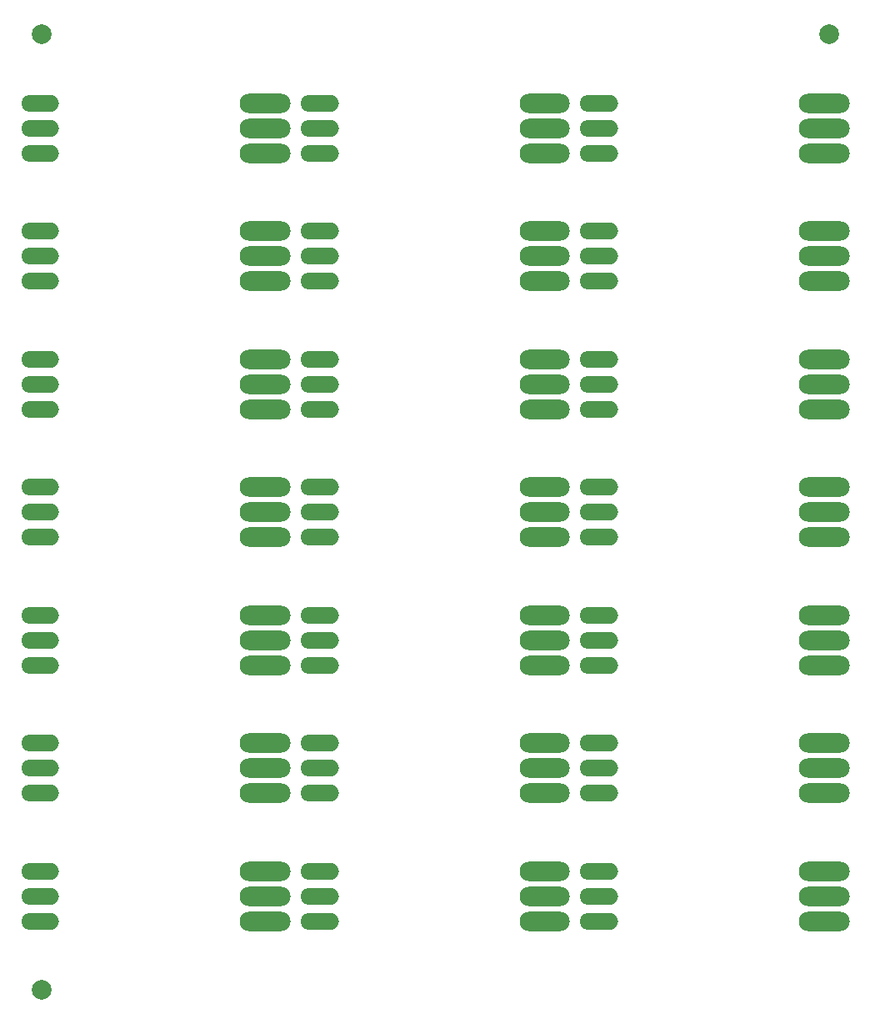
<source format=gbr>
%TF.GenerationSoftware,KiCad,Pcbnew,5.1.9-1.fc32*%
%TF.CreationDate,2021-03-16T17:09:34+05:30*%
%TF.ProjectId,BioAmp-EXG-Panel,42696f41-6d70-42d4-9558-472d50616e65,rev?*%
%TF.SameCoordinates,Original*%
%TF.FileFunction,Soldermask,Bot*%
%TF.FilePolarity,Negative*%
%FSLAX46Y46*%
G04 Gerber Fmt 4.6, Leading zero omitted, Abs format (unit mm)*
G04 Created by KiCad (PCBNEW 5.1.9-1.fc32) date 2021-03-16 17:09:34*
%MOMM*%
%LPD*%
G01*
G04 APERTURE LIST*
%ADD10C,2.000000*%
%ADD11O,2.000000X1.700000*%
%ADD12O,4.500000X2.000000*%
%ADD13O,3.500000X2.000000*%
%ADD14O,3.500000X1.700000*%
G04 APERTURE END LIST*
D10*
%TO.C,REF\u002A\u002A*%
X51100011Y-142500031D03*
%TD*%
%TO.C,REF\u002A\u002A*%
X131100010Y-45500032D03*
%TD*%
%TO.C,REF\u002A\u002A*%
X51100011Y-45500032D03*
%TD*%
D11*
%TO.C,J2*%
X108700015Y-130480055D03*
X108700015Y-133020055D03*
X108700015Y-135560055D03*
%TD*%
D12*
%TO.C,J1*%
X130310015Y-130470055D03*
X130310015Y-133010055D03*
X130310015Y-135550055D03*
%TD*%
D13*
%TO.C,J1*%
X131460015Y-135550055D03*
X131460015Y-133010055D03*
X131460015Y-130470055D03*
%TD*%
D14*
%TO.C,J2*%
X107550015Y-135560055D03*
X107550015Y-133020055D03*
X107550015Y-130480055D03*
%TD*%
D11*
%TO.C,J2*%
X80300008Y-130480055D03*
X80300008Y-133020055D03*
X80300008Y-135560055D03*
%TD*%
D12*
%TO.C,J1*%
X101910008Y-130470055D03*
X101910008Y-133010055D03*
X101910008Y-135550055D03*
%TD*%
D13*
%TO.C,J1*%
X103060008Y-135550055D03*
X103060008Y-133010055D03*
X103060008Y-130470055D03*
%TD*%
D14*
%TO.C,J2*%
X79150008Y-135560055D03*
X79150008Y-133020055D03*
X79150008Y-130480055D03*
%TD*%
D11*
%TO.C,J2*%
X51900001Y-130480055D03*
X51900001Y-133020055D03*
X51900001Y-135560055D03*
%TD*%
D12*
%TO.C,J1*%
X73510001Y-130470055D03*
X73510001Y-133010055D03*
X73510001Y-135550055D03*
%TD*%
D13*
%TO.C,J1*%
X74660001Y-135550055D03*
X74660001Y-133010055D03*
X74660001Y-130470055D03*
%TD*%
D14*
%TO.C,J2*%
X50750001Y-135560055D03*
X50750001Y-133020055D03*
X50750001Y-130480055D03*
%TD*%
D11*
%TO.C,J2*%
X108700015Y-117480046D03*
X108700015Y-120020046D03*
X108700015Y-122560046D03*
%TD*%
D12*
%TO.C,J1*%
X130310015Y-117470046D03*
X130310015Y-120010046D03*
X130310015Y-122550046D03*
%TD*%
D13*
%TO.C,J1*%
X131460015Y-122550046D03*
X131460015Y-120010046D03*
X131460015Y-117470046D03*
%TD*%
D14*
%TO.C,J2*%
X107550015Y-122560046D03*
X107550015Y-120020046D03*
X107550015Y-117480046D03*
%TD*%
D11*
%TO.C,J2*%
X80300008Y-117480046D03*
X80300008Y-120020046D03*
X80300008Y-122560046D03*
%TD*%
D12*
%TO.C,J1*%
X101910008Y-117470046D03*
X101910008Y-120010046D03*
X101910008Y-122550046D03*
%TD*%
D13*
%TO.C,J1*%
X103060008Y-122550046D03*
X103060008Y-120010046D03*
X103060008Y-117470046D03*
%TD*%
D14*
%TO.C,J2*%
X79150008Y-122560046D03*
X79150008Y-120020046D03*
X79150008Y-117480046D03*
%TD*%
D11*
%TO.C,J2*%
X51900001Y-117480046D03*
X51900001Y-120020046D03*
X51900001Y-122560046D03*
%TD*%
D12*
%TO.C,J1*%
X73510001Y-117470046D03*
X73510001Y-120010046D03*
X73510001Y-122550046D03*
%TD*%
D13*
%TO.C,J1*%
X74660001Y-122550046D03*
X74660001Y-120010046D03*
X74660001Y-117470046D03*
%TD*%
D14*
%TO.C,J2*%
X50750001Y-122560046D03*
X50750001Y-120020046D03*
X50750001Y-117480046D03*
%TD*%
D11*
%TO.C,J2*%
X108700015Y-104480037D03*
X108700015Y-107020037D03*
X108700015Y-109560037D03*
%TD*%
D12*
%TO.C,J1*%
X130310015Y-104470037D03*
X130310015Y-107010037D03*
X130310015Y-109550037D03*
%TD*%
D13*
%TO.C,J1*%
X131460015Y-109550037D03*
X131460015Y-107010037D03*
X131460015Y-104470037D03*
%TD*%
D14*
%TO.C,J2*%
X107550015Y-109560037D03*
X107550015Y-107020037D03*
X107550015Y-104480037D03*
%TD*%
D11*
%TO.C,J2*%
X80300008Y-104480037D03*
X80300008Y-107020037D03*
X80300008Y-109560037D03*
%TD*%
D12*
%TO.C,J1*%
X101910008Y-104470037D03*
X101910008Y-107010037D03*
X101910008Y-109550037D03*
%TD*%
D13*
%TO.C,J1*%
X103060008Y-109550037D03*
X103060008Y-107010037D03*
X103060008Y-104470037D03*
%TD*%
D14*
%TO.C,J2*%
X79150008Y-109560037D03*
X79150008Y-107020037D03*
X79150008Y-104480037D03*
%TD*%
D11*
%TO.C,J2*%
X51900001Y-104480037D03*
X51900001Y-107020037D03*
X51900001Y-109560037D03*
%TD*%
D12*
%TO.C,J1*%
X73510001Y-104470037D03*
X73510001Y-107010037D03*
X73510001Y-109550037D03*
%TD*%
D13*
%TO.C,J1*%
X74660001Y-109550037D03*
X74660001Y-107010037D03*
X74660001Y-104470037D03*
%TD*%
D14*
%TO.C,J2*%
X50750001Y-109560037D03*
X50750001Y-107020037D03*
X50750001Y-104480037D03*
%TD*%
D11*
%TO.C,J2*%
X108700015Y-91480028D03*
X108700015Y-94020028D03*
X108700015Y-96560028D03*
%TD*%
D12*
%TO.C,J1*%
X130310015Y-91470028D03*
X130310015Y-94010028D03*
X130310015Y-96550028D03*
%TD*%
D13*
%TO.C,J1*%
X131460015Y-96550028D03*
X131460015Y-94010028D03*
X131460015Y-91470028D03*
%TD*%
D14*
%TO.C,J2*%
X107550015Y-96560028D03*
X107550015Y-94020028D03*
X107550015Y-91480028D03*
%TD*%
D11*
%TO.C,J2*%
X80300008Y-91480028D03*
X80300008Y-94020028D03*
X80300008Y-96560028D03*
%TD*%
D12*
%TO.C,J1*%
X101910008Y-91470028D03*
X101910008Y-94010028D03*
X101910008Y-96550028D03*
%TD*%
D13*
%TO.C,J1*%
X103060008Y-96550028D03*
X103060008Y-94010028D03*
X103060008Y-91470028D03*
%TD*%
D14*
%TO.C,J2*%
X79150008Y-96560028D03*
X79150008Y-94020028D03*
X79150008Y-91480028D03*
%TD*%
D11*
%TO.C,J2*%
X51900001Y-91480028D03*
X51900001Y-94020028D03*
X51900001Y-96560028D03*
%TD*%
D12*
%TO.C,J1*%
X73510001Y-91470028D03*
X73510001Y-94010028D03*
X73510001Y-96550028D03*
%TD*%
D13*
%TO.C,J1*%
X74660001Y-96550028D03*
X74660001Y-94010028D03*
X74660001Y-91470028D03*
%TD*%
D14*
%TO.C,J2*%
X50750001Y-96560028D03*
X50750001Y-94020028D03*
X50750001Y-91480028D03*
%TD*%
D11*
%TO.C,J2*%
X108700015Y-78480019D03*
X108700015Y-81020019D03*
X108700015Y-83560019D03*
%TD*%
D12*
%TO.C,J1*%
X130310015Y-78470019D03*
X130310015Y-81010019D03*
X130310015Y-83550019D03*
%TD*%
D13*
%TO.C,J1*%
X131460015Y-83550019D03*
X131460015Y-81010019D03*
X131460015Y-78470019D03*
%TD*%
D14*
%TO.C,J2*%
X107550015Y-83560019D03*
X107550015Y-81020019D03*
X107550015Y-78480019D03*
%TD*%
D11*
%TO.C,J2*%
X80300008Y-78480019D03*
X80300008Y-81020019D03*
X80300008Y-83560019D03*
%TD*%
D12*
%TO.C,J1*%
X101910008Y-78470019D03*
X101910008Y-81010019D03*
X101910008Y-83550019D03*
%TD*%
D13*
%TO.C,J1*%
X103060008Y-83550019D03*
X103060008Y-81010019D03*
X103060008Y-78470019D03*
%TD*%
D14*
%TO.C,J2*%
X79150008Y-83560019D03*
X79150008Y-81020019D03*
X79150008Y-78480019D03*
%TD*%
D11*
%TO.C,J2*%
X51900001Y-78480019D03*
X51900001Y-81020019D03*
X51900001Y-83560019D03*
%TD*%
D12*
%TO.C,J1*%
X73510001Y-78470019D03*
X73510001Y-81010019D03*
X73510001Y-83550019D03*
%TD*%
D13*
%TO.C,J1*%
X74660001Y-83550019D03*
X74660001Y-81010019D03*
X74660001Y-78470019D03*
%TD*%
D14*
%TO.C,J2*%
X50750001Y-83560019D03*
X50750001Y-81020019D03*
X50750001Y-78480019D03*
%TD*%
D11*
%TO.C,J2*%
X108700015Y-65480010D03*
X108700015Y-68020010D03*
X108700015Y-70560010D03*
%TD*%
D12*
%TO.C,J1*%
X130310015Y-65470010D03*
X130310015Y-68010010D03*
X130310015Y-70550010D03*
%TD*%
D13*
%TO.C,J1*%
X131460015Y-70550010D03*
X131460015Y-68010010D03*
X131460015Y-65470010D03*
%TD*%
D14*
%TO.C,J2*%
X107550015Y-70560010D03*
X107550015Y-68020010D03*
X107550015Y-65480010D03*
%TD*%
D11*
%TO.C,J2*%
X80300008Y-65480010D03*
X80300008Y-68020010D03*
X80300008Y-70560010D03*
%TD*%
D12*
%TO.C,J1*%
X101910008Y-65470010D03*
X101910008Y-68010010D03*
X101910008Y-70550010D03*
%TD*%
D13*
%TO.C,J1*%
X103060008Y-70550010D03*
X103060008Y-68010010D03*
X103060008Y-65470010D03*
%TD*%
D14*
%TO.C,J2*%
X79150008Y-70560010D03*
X79150008Y-68020010D03*
X79150008Y-65480010D03*
%TD*%
D11*
%TO.C,J2*%
X51900001Y-65480010D03*
X51900001Y-68020010D03*
X51900001Y-70560010D03*
%TD*%
D12*
%TO.C,J1*%
X73510001Y-65470010D03*
X73510001Y-68010010D03*
X73510001Y-70550010D03*
%TD*%
D13*
%TO.C,J1*%
X74660001Y-70550010D03*
X74660001Y-68010010D03*
X74660001Y-65470010D03*
%TD*%
D14*
%TO.C,J2*%
X50750001Y-70560010D03*
X50750001Y-68020010D03*
X50750001Y-65480010D03*
%TD*%
D11*
%TO.C,J2*%
X108700015Y-52480001D03*
X108700015Y-55020001D03*
X108700015Y-57560001D03*
%TD*%
D12*
%TO.C,J1*%
X130310015Y-52470001D03*
X130310015Y-55010001D03*
X130310015Y-57550001D03*
%TD*%
D13*
%TO.C,J1*%
X131460015Y-57550001D03*
X131460015Y-55010001D03*
X131460015Y-52470001D03*
%TD*%
D14*
%TO.C,J2*%
X107550015Y-57560001D03*
X107550015Y-55020001D03*
X107550015Y-52480001D03*
%TD*%
D11*
%TO.C,J2*%
X80300008Y-52480001D03*
X80300008Y-55020001D03*
X80300008Y-57560001D03*
%TD*%
D12*
%TO.C,J1*%
X101910008Y-52470001D03*
X101910008Y-55010001D03*
X101910008Y-57550001D03*
%TD*%
D13*
%TO.C,J1*%
X103060008Y-57550001D03*
X103060008Y-55010001D03*
X103060008Y-52470001D03*
%TD*%
D14*
%TO.C,J2*%
X79150008Y-57560001D03*
X79150008Y-55020001D03*
X79150008Y-52480001D03*
%TD*%
D11*
%TO.C,J2*%
X51900001Y-52480001D03*
X51900001Y-55020001D03*
X51900001Y-57560001D03*
%TD*%
D12*
%TO.C,J1*%
X73510001Y-52470001D03*
X73510001Y-55010001D03*
X73510001Y-57550001D03*
%TD*%
D13*
%TO.C,J1*%
X74660001Y-57550001D03*
X74660001Y-55010001D03*
X74660001Y-52470001D03*
%TD*%
D14*
%TO.C,J2*%
X50750001Y-57560001D03*
X50750001Y-55020001D03*
X50750001Y-52480001D03*
%TD*%
M02*

</source>
